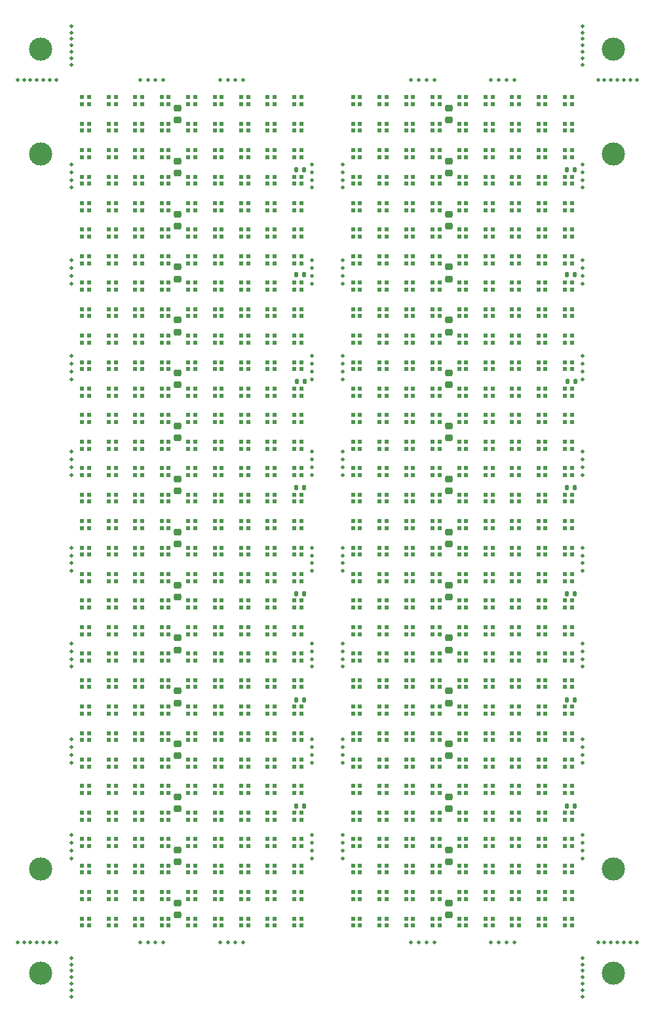
<source format=gbr>
G04 #@! TF.GenerationSoftware,KiCad,Pcbnew,7.0.9*
G04 #@! TF.CreationDate,2024-01-30T21:21:20-05:00*
G04 #@! TF.ProjectId,RGB-Panel,5247422d-5061-46e6-956c-2e6b69636164,V2.6*
G04 #@! TF.SameCoordinates,Original*
G04 #@! TF.FileFunction,Soldermask,Top*
G04 #@! TF.FilePolarity,Negative*
%FSLAX46Y46*%
G04 Gerber Fmt 4.6, Leading zero omitted, Abs format (unit mm)*
G04 Created by KiCad (PCBNEW 7.0.9) date 2024-01-30 21:21:20*
%MOMM*%
%LPD*%
G01*
G04 APERTURE LIST*
G04 Aperture macros list*
%AMRoundRect*
0 Rectangle with rounded corners*
0 $1 Rounding radius*
0 $2 $3 $4 $5 $6 $7 $8 $9 X,Y pos of 4 corners*
0 Add a 4 corners polygon primitive as box body*
4,1,4,$2,$3,$4,$5,$6,$7,$8,$9,$2,$3,0*
0 Add four circle primitives for the rounded corners*
1,1,$1+$1,$2,$3*
1,1,$1+$1,$4,$5*
1,1,$1+$1,$6,$7*
1,1,$1+$1,$8,$9*
0 Add four rect primitives between the rounded corners*
20,1,$1+$1,$2,$3,$4,$5,0*
20,1,$1+$1,$4,$5,$6,$7,0*
20,1,$1+$1,$6,$7,$8,$9,0*
20,1,$1+$1,$8,$9,$2,$3,0*%
G04 Aperture macros list end*
%ADD10C,0.500000*%
%ADD11R,0.500000X0.500000*%
%ADD12RoundRect,0.225000X-0.250000X0.225000X-0.250000X-0.225000X0.250000X-0.225000X0.250000X0.225000X0*%
%ADD13C,3.000000*%
%ADD14RoundRect,0.135000X-0.135000X-0.185000X0.135000X-0.185000X0.135000X0.185000X-0.135000X0.185000X0*%
G04 APERTURE END LIST*
D10*
X71999997Y-142899995D03*
D11*
X126373006Y-74592000D03*
X126373006Y-73692000D03*
X125473006Y-73692000D03*
X125473006Y-74592000D03*
X122950006Y-88284000D03*
X122950006Y-87384000D03*
X122050006Y-87384000D03*
X122050006Y-88284000D03*
X91373006Y-122514000D03*
X91373006Y-121614000D03*
X90473006Y-121614000D03*
X90473006Y-122514000D03*
X87950006Y-132783000D03*
X87950006Y-131883000D03*
X87050006Y-131883000D03*
X87050006Y-132783000D03*
D12*
X85717899Y-37438892D03*
X85717899Y-38988892D03*
D13*
X67999997Y-23000000D03*
D11*
X116104006Y-125937000D03*
X116104006Y-125037000D03*
X115204006Y-125037000D03*
X115204006Y-125937000D03*
D10*
X107000003Y-53255554D03*
D11*
X91373006Y-84861000D03*
X91373006Y-83961000D03*
X90473006Y-83961000D03*
X90473006Y-84861000D03*
X87950006Y-50631000D03*
X87950006Y-49731000D03*
X87050006Y-49731000D03*
X87050006Y-50631000D03*
D10*
X102999995Y-76011109D03*
X107000002Y-63633332D03*
X106999998Y-115144441D03*
X129166667Y-138399995D03*
D11*
X81104006Y-81438000D03*
X81104006Y-80538000D03*
X80204006Y-80538000D03*
X80204006Y-81438000D03*
X112681006Y-84861000D03*
X112681006Y-83961000D03*
X111781006Y-83961000D03*
X111781006Y-84861000D03*
X77681006Y-50631000D03*
X77681006Y-49731000D03*
X76781006Y-49731000D03*
X76781006Y-50631000D03*
D10*
X72000002Y-77011109D03*
D11*
X77681006Y-105399000D03*
X77681006Y-104499000D03*
X76781006Y-104499000D03*
X76781006Y-105399000D03*
X91373006Y-101976000D03*
X91373006Y-101076000D03*
X90473006Y-101076000D03*
X90473006Y-101976000D03*
D13*
X67999997Y-128899995D03*
D11*
X133219006Y-136206000D03*
X133219006Y-135306000D03*
X132319006Y-135306000D03*
X132319006Y-136206000D03*
X91373006Y-50631000D03*
X91373006Y-49731000D03*
X90473006Y-49731000D03*
X90473006Y-50631000D03*
X101642006Y-119091000D03*
X101642006Y-118191000D03*
X100742006Y-118191000D03*
X100742006Y-119091000D03*
X116104006Y-36939000D03*
X116104006Y-36039000D03*
X115204006Y-36039000D03*
X115204006Y-36939000D03*
X116104006Y-40362000D03*
X116104006Y-39462000D03*
X115204006Y-39462000D03*
X115204006Y-40362000D03*
X98219006Y-78015000D03*
X98219006Y-77115000D03*
X97319006Y-77115000D03*
X97319006Y-78015000D03*
X129796006Y-101976000D03*
X129796006Y-101076000D03*
X128896006Y-101076000D03*
X128896006Y-101976000D03*
D12*
X85717899Y-112744892D03*
X85717899Y-114294892D03*
D11*
X94796006Y-84861000D03*
X94796006Y-83961000D03*
X93896006Y-83961000D03*
X93896006Y-84861000D03*
X133219006Y-129360000D03*
X133219006Y-128460000D03*
X132319006Y-128460000D03*
X132319006Y-129360000D03*
D10*
X138000002Y-144566661D03*
D11*
X91373006Y-125937000D03*
X91373006Y-125037000D03*
X90473006Y-125037000D03*
X90473006Y-125937000D03*
D10*
X72000003Y-62633332D03*
D11*
X74258006Y-43785000D03*
X74258006Y-42885000D03*
X73358006Y-42885000D03*
X73358006Y-43785000D03*
D10*
X138000000Y-115144441D03*
X137999994Y-62633332D03*
D11*
X94796006Y-36939000D03*
X94796006Y-36039000D03*
X93896006Y-36039000D03*
X93896006Y-36939000D03*
X74258006Y-119091000D03*
X74258006Y-118191000D03*
X73358006Y-118191000D03*
X73358006Y-119091000D03*
X74258006Y-101976000D03*
X74258006Y-101076000D03*
X73358006Y-101076000D03*
X73358006Y-101976000D03*
X126373006Y-112245000D03*
X126373006Y-111345000D03*
X125473006Y-111345000D03*
X125473006Y-112245000D03*
X119527006Y-129360000D03*
X119527006Y-128460000D03*
X118627006Y-128460000D03*
X118627006Y-129360000D03*
X122950006Y-122514000D03*
X122950006Y-121614000D03*
X122050006Y-121614000D03*
X122050006Y-122514000D03*
X77681006Y-91707000D03*
X77681006Y-90807000D03*
X76781006Y-90807000D03*
X76781006Y-91707000D03*
X126373006Y-95130000D03*
X126373006Y-94230000D03*
X125473006Y-94230000D03*
X125473006Y-95130000D03*
X84527006Y-40362000D03*
X84527006Y-39462000D03*
X83627006Y-39462000D03*
X83627006Y-40362000D03*
D10*
X144166669Y-27000000D03*
D12*
X85717899Y-126436892D03*
X85717899Y-127986892D03*
D11*
X136642006Y-125937000D03*
X136642006Y-125037000D03*
X135742006Y-125037000D03*
X135742006Y-125937000D03*
X91373006Y-30093000D03*
X91373006Y-29193000D03*
X90473006Y-29193000D03*
X90473006Y-30093000D03*
X129796006Y-95130000D03*
X129796006Y-94230000D03*
X128896006Y-94230000D03*
X128896006Y-95130000D03*
X136642006Y-132783000D03*
X136642006Y-131883000D03*
X135742006Y-131883000D03*
X135742006Y-132783000D03*
X81104006Y-78015000D03*
X81104006Y-77115000D03*
X80204006Y-77115000D03*
X80204006Y-78015000D03*
X91373006Y-57477000D03*
X91373006Y-56577000D03*
X90473006Y-56577000D03*
X90473006Y-57477000D03*
X133219006Y-50631000D03*
X133219006Y-49731000D03*
X132319006Y-49731000D03*
X132319006Y-50631000D03*
X98219006Y-91707000D03*
X98219006Y-90807000D03*
X97319006Y-90807000D03*
X97319006Y-91707000D03*
X122950006Y-71169000D03*
X122950006Y-70269000D03*
X122050006Y-70269000D03*
X122050006Y-71169000D03*
X122950006Y-115668000D03*
X122950006Y-114768000D03*
X122050006Y-114768000D03*
X122050006Y-115668000D03*
D10*
X115833331Y-27000000D03*
D11*
X87950006Y-81438000D03*
X87950006Y-80538000D03*
X87050006Y-80538000D03*
X87050006Y-81438000D03*
X126373006Y-67746000D03*
X126373006Y-66846000D03*
X125473006Y-66846000D03*
X125473006Y-67746000D03*
X74258006Y-88284000D03*
X74258006Y-87384000D03*
X73358006Y-87384000D03*
X73358006Y-88284000D03*
X91373006Y-112245000D03*
X91373006Y-111345000D03*
X90473006Y-111345000D03*
X90473006Y-112245000D03*
X129796006Y-67746000D03*
X129796006Y-66846000D03*
X128896006Y-66846000D03*
X128896006Y-67746000D03*
X74258006Y-47208000D03*
X74258006Y-46308000D03*
X73358006Y-46308000D03*
X73358006Y-47208000D03*
D10*
X64999997Y-138399996D03*
D11*
X109258006Y-30093000D03*
X109258006Y-29193000D03*
X108358006Y-29193000D03*
X108358006Y-30093000D03*
X129796006Y-122514000D03*
X129796006Y-121614000D03*
X128896006Y-121614000D03*
X128896006Y-122514000D03*
D10*
X137999992Y-52255554D03*
D11*
X112681006Y-81438000D03*
X112681006Y-80538000D03*
X111781006Y-80538000D03*
X111781006Y-81438000D03*
D10*
X69999997Y-27000000D03*
D11*
X116104006Y-57477000D03*
X116104006Y-56577000D03*
X115204006Y-56577000D03*
X115204006Y-57477000D03*
X126373006Y-122514000D03*
X126373006Y-121614000D03*
X125473006Y-121614000D03*
X125473006Y-122514000D03*
X119527006Y-84861000D03*
X119527006Y-83961000D03*
X118627006Y-83961000D03*
X118627006Y-84861000D03*
X136642006Y-84861000D03*
X136642006Y-83961000D03*
X135742006Y-83961000D03*
X135742006Y-84861000D03*
X119527006Y-115668000D03*
X119527006Y-114768000D03*
X118627006Y-114768000D03*
X118627006Y-115668000D03*
D10*
X71999997Y-21666667D03*
D11*
X84527006Y-95130000D03*
X84527006Y-94230000D03*
X83627006Y-94230000D03*
X83627006Y-95130000D03*
X98219006Y-40362000D03*
X98219006Y-39462000D03*
X97319006Y-39462000D03*
X97319006Y-40362000D03*
D12*
X120717899Y-92206892D03*
X120717899Y-93756892D03*
D10*
X102999991Y-38877777D03*
D12*
X85717899Y-71668892D03*
X85717899Y-73218892D03*
D11*
X112681006Y-74592000D03*
X112681006Y-73692000D03*
X111781006Y-73692000D03*
X111781006Y-74592000D03*
D10*
X102999991Y-39877777D03*
X80833332Y-27000000D03*
X102999997Y-90388886D03*
D11*
X133219006Y-78015000D03*
X133219006Y-77115000D03*
X132319006Y-77115000D03*
X132319006Y-78015000D03*
X122950006Y-95130000D03*
X122950006Y-94230000D03*
X122050006Y-94230000D03*
X122050006Y-95130000D03*
X119527006Y-136206000D03*
X119527006Y-135306000D03*
X118627006Y-135306000D03*
X118627006Y-136206000D03*
D10*
X72000001Y-89388886D03*
D12*
X85717899Y-57976892D03*
X85717899Y-59526892D03*
D11*
X112681006Y-36939000D03*
X112681006Y-36039000D03*
X111781006Y-36039000D03*
X111781006Y-36939000D03*
X98219006Y-33516000D03*
X98219006Y-32616000D03*
X97319006Y-32616000D03*
X97319006Y-33516000D03*
D10*
X71999997Y-25000000D03*
D11*
X98219006Y-112245000D03*
X98219006Y-111345000D03*
X97319006Y-111345000D03*
X97319006Y-112245000D03*
D10*
X128166667Y-27000001D03*
X102999997Y-89388886D03*
D11*
X116104006Y-112245000D03*
X116104006Y-111345000D03*
X115204006Y-111345000D03*
X115204006Y-112245000D03*
X94796006Y-129360000D03*
X94796006Y-128460000D03*
X93896006Y-128460000D03*
X93896006Y-129360000D03*
X119527006Y-67746000D03*
X119527006Y-66846000D03*
X118627006Y-66846000D03*
X118627006Y-67746000D03*
X94796006Y-98553000D03*
X94796006Y-97653000D03*
X93896006Y-97653000D03*
X93896006Y-98553000D03*
D12*
X85717899Y-44284892D03*
X85717899Y-45834892D03*
D11*
X94796006Y-67746000D03*
X94796006Y-66846000D03*
X93896006Y-66846000D03*
X93896006Y-67746000D03*
D10*
X102999998Y-102766663D03*
D11*
X122950006Y-30093000D03*
X122950006Y-29193000D03*
X122050006Y-29193000D03*
X122050006Y-30093000D03*
X116104006Y-136206000D03*
X116104006Y-135306000D03*
X115204006Y-135306000D03*
X115204006Y-136206000D03*
X136642006Y-64323000D03*
X136642006Y-63423000D03*
X135742006Y-63423000D03*
X135742006Y-64323000D03*
D10*
X117833331Y-27000000D03*
D11*
X94796006Y-108822000D03*
X94796006Y-107922000D03*
X93896006Y-107922000D03*
X93896006Y-108822000D03*
D10*
X71999997Y-22500000D03*
D11*
X136642006Y-88284000D03*
X136642006Y-87384000D03*
X135742006Y-87384000D03*
X135742006Y-88284000D03*
D12*
X120717899Y-78514892D03*
X120717899Y-80064892D03*
D10*
X102999997Y-88388886D03*
D11*
X91373006Y-60900000D03*
X91373006Y-60000000D03*
X90473006Y-60000000D03*
X90473006Y-60900000D03*
X129796006Y-74592000D03*
X129796006Y-73692000D03*
X128896006Y-73692000D03*
X128896006Y-74592000D03*
X94796006Y-30093000D03*
X94796006Y-29193000D03*
X93896006Y-29193000D03*
X93896006Y-30093000D03*
X133219006Y-101976000D03*
X133219006Y-101076000D03*
X132319006Y-101076000D03*
X132319006Y-101976000D03*
D10*
X83833332Y-138399995D03*
D12*
X120717899Y-105898892D03*
X120717899Y-107448892D03*
D11*
X133219006Y-95130000D03*
X133219006Y-94230000D03*
X132319006Y-94230000D03*
X132319006Y-95130000D03*
X133219006Y-57477000D03*
X133219006Y-56577000D03*
X132319006Y-56577000D03*
X132319006Y-57477000D03*
X109258006Y-84861000D03*
X109258006Y-83961000D03*
X108358006Y-83961000D03*
X108358006Y-84861000D03*
X112681006Y-95130000D03*
X112681006Y-94230000D03*
X111781006Y-94230000D03*
X111781006Y-95130000D03*
D10*
X102999992Y-51255554D03*
D11*
X74258006Y-78015000D03*
X74258006Y-77115000D03*
X73358006Y-77115000D03*
X73358006Y-78015000D03*
X77681006Y-129360000D03*
X77681006Y-128460000D03*
X76781006Y-128460000D03*
X76781006Y-129360000D03*
X133219006Y-36939000D03*
X133219006Y-36039000D03*
X132319006Y-36039000D03*
X132319006Y-36939000D03*
X119527006Y-95130000D03*
X119527006Y-94230000D03*
X118627006Y-94230000D03*
X118627006Y-95130000D03*
X136642006Y-60900000D03*
X136642006Y-60000000D03*
X135742006Y-60000000D03*
X135742006Y-60900000D03*
X116104006Y-60900000D03*
X116104006Y-60000000D03*
X115204006Y-60000000D03*
X115204006Y-60900000D03*
X87950006Y-54054000D03*
X87950006Y-53154000D03*
X87050006Y-53154000D03*
X87050006Y-54054000D03*
X98219006Y-88284000D03*
X98219006Y-87384000D03*
X97319006Y-87384000D03*
X97319006Y-88284000D03*
X116104006Y-115668000D03*
X116104006Y-114768000D03*
X115204006Y-114768000D03*
X115204006Y-115668000D03*
D10*
X127166667Y-138399995D03*
D11*
X94796006Y-88284000D03*
X94796006Y-87384000D03*
X93896006Y-87384000D03*
X93896006Y-88284000D03*
X74258006Y-108822000D03*
X74258006Y-107922000D03*
X73358006Y-107922000D03*
X73358006Y-108822000D03*
X122950006Y-84861000D03*
X122950006Y-83961000D03*
X122050006Y-83961000D03*
X122050006Y-84861000D03*
D10*
X72000004Y-51255554D03*
D11*
X98219006Y-84861000D03*
X98219006Y-83961000D03*
X97319006Y-83961000D03*
X97319006Y-84861000D03*
X129796006Y-119091000D03*
X129796006Y-118191000D03*
X128896006Y-118191000D03*
X128896006Y-119091000D03*
D12*
X120717899Y-64822892D03*
X120717899Y-66372892D03*
D11*
X116104006Y-91707000D03*
X116104006Y-90807000D03*
X115204006Y-90807000D03*
X115204006Y-91707000D03*
X109258006Y-67746000D03*
X109258006Y-66846000D03*
X108358006Y-66846000D03*
X108358006Y-67746000D03*
X91373006Y-108822000D03*
X91373006Y-107922000D03*
X90473006Y-107922000D03*
X90473006Y-108822000D03*
X112681006Y-98553000D03*
X112681006Y-97653000D03*
X111781006Y-97653000D03*
X111781006Y-98553000D03*
X133219006Y-119091000D03*
X133219006Y-118191000D03*
X132319006Y-118191000D03*
X132319006Y-119091000D03*
D10*
X107000000Y-89388886D03*
D11*
X84527006Y-36939000D03*
X84527006Y-36039000D03*
X83627006Y-36039000D03*
X83627006Y-36939000D03*
D10*
X72000001Y-90388886D03*
D11*
X77681006Y-119091000D03*
X77681006Y-118191000D03*
X76781006Y-118191000D03*
X76781006Y-119091000D03*
X77681006Y-54054000D03*
X77681006Y-53154000D03*
X76781006Y-53154000D03*
X76781006Y-54054000D03*
D10*
X71999997Y-24166667D03*
X72000003Y-63633332D03*
D11*
X119527006Y-71169000D03*
X119527006Y-70269000D03*
X118627006Y-70269000D03*
X118627006Y-71169000D03*
D12*
X120717899Y-71668892D03*
X120717899Y-73218892D03*
D11*
X81104006Y-125937000D03*
X81104006Y-125037000D03*
X80204006Y-125037000D03*
X80204006Y-125937000D03*
X112681006Y-88284000D03*
X112681006Y-87384000D03*
X111781006Y-87384000D03*
X111781006Y-88284000D03*
X116104006Y-132783000D03*
X116104006Y-131883000D03*
X115204006Y-131883000D03*
X115204006Y-132783000D03*
X81104006Y-43785000D03*
X81104006Y-42885000D03*
X80204006Y-42885000D03*
X80204006Y-43785000D03*
X109258006Y-115668000D03*
X109258006Y-114768000D03*
X108358006Y-114768000D03*
X108358006Y-115668000D03*
X101642006Y-125937000D03*
X101642006Y-125037000D03*
X100742006Y-125037000D03*
X100742006Y-125937000D03*
X87950006Y-84861000D03*
X87950006Y-83961000D03*
X87050006Y-83961000D03*
X87050006Y-84861000D03*
X119527006Y-57477000D03*
X119527006Y-56577000D03*
X118627006Y-56577000D03*
X118627006Y-57477000D03*
X112681006Y-60900000D03*
X112681006Y-60000000D03*
X111781006Y-60000000D03*
X111781006Y-60900000D03*
X84527006Y-30093000D03*
X84527006Y-29193000D03*
X83627006Y-29193000D03*
X83627006Y-30093000D03*
X129796006Y-125937000D03*
X129796006Y-125037000D03*
X128896006Y-125037000D03*
X128896006Y-125937000D03*
X84527006Y-132783000D03*
X84527006Y-131883000D03*
X83627006Y-131883000D03*
X83627006Y-132783000D03*
X116104006Y-95130000D03*
X116104006Y-94230000D03*
X115204006Y-94230000D03*
X115204006Y-95130000D03*
X112681006Y-105399000D03*
X112681006Y-104499000D03*
X111781006Y-104499000D03*
X111781006Y-105399000D03*
X84527006Y-64323000D03*
X84527006Y-63423000D03*
X83627006Y-63423000D03*
X83627006Y-64323000D03*
D10*
X107000004Y-40877777D03*
D11*
X101642006Y-36939000D03*
X101642006Y-36039000D03*
X100742006Y-36039000D03*
X100742006Y-36939000D03*
D10*
X91166667Y-138399995D03*
D11*
X136642006Y-101976000D03*
X136642006Y-101076000D03*
X135742006Y-101076000D03*
X135742006Y-101976000D03*
X126373006Y-64323000D03*
X126373006Y-63423000D03*
X125473006Y-63423000D03*
X125473006Y-64323000D03*
X112681006Y-78015000D03*
X112681006Y-77115000D03*
X111781006Y-77115000D03*
X111781006Y-78015000D03*
X112681006Y-136206000D03*
X112681006Y-135306000D03*
X111781006Y-135306000D03*
X111781006Y-136206000D03*
X91373006Y-95130000D03*
X91373006Y-94230000D03*
X90473006Y-94230000D03*
X90473006Y-95130000D03*
X129796006Y-43785000D03*
X129796006Y-42885000D03*
X128896006Y-42885000D03*
X128896006Y-43785000D03*
X98219006Y-95130000D03*
X98219006Y-94230000D03*
X97319006Y-94230000D03*
X97319006Y-95130000D03*
X87950006Y-57477000D03*
X87950006Y-56577000D03*
X87050006Y-56577000D03*
X87050006Y-57477000D03*
D13*
X142000003Y-128899995D03*
D11*
X94796006Y-74592000D03*
X94796006Y-73692000D03*
X93896006Y-73692000D03*
X93896006Y-74592000D03*
X129796006Y-54054000D03*
X129796006Y-53154000D03*
X128896006Y-53154000D03*
X128896006Y-54054000D03*
X77681006Y-101976000D03*
X77681006Y-101076000D03*
X76781006Y-101076000D03*
X76781006Y-101976000D03*
X81104006Y-60900000D03*
X81104006Y-60000000D03*
X80204006Y-60000000D03*
X80204006Y-60900000D03*
X81104006Y-108822000D03*
X81104006Y-107922000D03*
X80204006Y-107922000D03*
X80204006Y-108822000D03*
X94796006Y-91707000D03*
X94796006Y-90807000D03*
X93896006Y-90807000D03*
X93896006Y-91707000D03*
D12*
X120717899Y-126436892D03*
X120717899Y-127986892D03*
D10*
X69166664Y-138399996D03*
D12*
X120717899Y-44284892D03*
X120717899Y-45834892D03*
D10*
X126166667Y-27000001D03*
X102999994Y-63633332D03*
D11*
X77681006Y-122514000D03*
X77681006Y-121614000D03*
X76781006Y-121614000D03*
X76781006Y-122514000D03*
X122950006Y-132783000D03*
X122950006Y-131883000D03*
X122050006Y-131883000D03*
X122050006Y-132783000D03*
X119527006Y-88284000D03*
X119527006Y-87384000D03*
X118627006Y-87384000D03*
X118627006Y-88284000D03*
X136642006Y-105399000D03*
X136642006Y-104499000D03*
X135742006Y-104499000D03*
X135742006Y-105399000D03*
X116104006Y-105399000D03*
X116104006Y-104499000D03*
X115204006Y-104499000D03*
X115204006Y-105399000D03*
X91373006Y-71169000D03*
X91373006Y-70269000D03*
X90473006Y-70269000D03*
X90473006Y-71169000D03*
X98219006Y-132783000D03*
X98219006Y-131883000D03*
X97319006Y-131883000D03*
X97319006Y-132783000D03*
X74258006Y-60900000D03*
X74258006Y-60000000D03*
X73358006Y-60000000D03*
X73358006Y-60900000D03*
X116104006Y-74592000D03*
X116104006Y-73692000D03*
X115204006Y-73692000D03*
X115204006Y-74592000D03*
D10*
X107000002Y-62633332D03*
X138000002Y-20000000D03*
D11*
X109258006Y-136206000D03*
X109258006Y-135306000D03*
X108358006Y-135306000D03*
X108358006Y-136206000D03*
X122950006Y-47208000D03*
X122950006Y-46308000D03*
X122050006Y-46308000D03*
X122050006Y-47208000D03*
X91373006Y-136206000D03*
X91373006Y-135306000D03*
X90473006Y-135306000D03*
X90473006Y-136206000D03*
D10*
X102999995Y-78011109D03*
D11*
X136642006Y-50631000D03*
X136642006Y-49731000D03*
X135742006Y-49731000D03*
X135742006Y-50631000D03*
D10*
X138000001Y-125522218D03*
D11*
X122950006Y-91707000D03*
X122950006Y-90807000D03*
X122050006Y-90807000D03*
X122050006Y-91707000D03*
X136642006Y-30093000D03*
X136642006Y-29193000D03*
X135742006Y-29193000D03*
X135742006Y-30093000D03*
X109258006Y-88284000D03*
X109258006Y-87384000D03*
X108358006Y-87384000D03*
X108358006Y-88284000D03*
X122950006Y-57477000D03*
X122950006Y-56577000D03*
X122050006Y-56577000D03*
X122050006Y-57477000D03*
X84527006Y-88284000D03*
X84527006Y-87384000D03*
X83627006Y-87384000D03*
X83627006Y-88284000D03*
X91373006Y-36939000D03*
X91373006Y-36039000D03*
X90473006Y-36039000D03*
X90473006Y-36939000D03*
D10*
X71999997Y-127522218D03*
D11*
X84527006Y-108822000D03*
X84527006Y-107922000D03*
X83627006Y-107922000D03*
X83627006Y-108822000D03*
X101642006Y-88284000D03*
X101642006Y-87384000D03*
X100742006Y-87384000D03*
X100742006Y-88284000D03*
X84527006Y-122514000D03*
X84527006Y-121614000D03*
X83627006Y-121614000D03*
X83627006Y-122514000D03*
X119527006Y-132783000D03*
X119527006Y-131883000D03*
X118627006Y-131883000D03*
X118627006Y-132783000D03*
X112681006Y-91707000D03*
X112681006Y-90807000D03*
X111781006Y-90807000D03*
X111781006Y-91707000D03*
X77681006Y-78015000D03*
X77681006Y-77115000D03*
X76781006Y-77115000D03*
X76781006Y-78015000D03*
D14*
X100992899Y-79642392D03*
X102012899Y-79642392D03*
D11*
X133219006Y-40362000D03*
X133219006Y-39462000D03*
X132319006Y-39462000D03*
X132319006Y-40362000D03*
X84527006Y-54054000D03*
X84527006Y-53154000D03*
X83627006Y-53154000D03*
X83627006Y-54054000D03*
X133219006Y-112245000D03*
X133219006Y-111345000D03*
X132319006Y-111345000D03*
X132319006Y-112245000D03*
X116104006Y-101976000D03*
X116104006Y-101076000D03*
X115204006Y-101076000D03*
X115204006Y-101976000D03*
D10*
X106999998Y-114144441D03*
X137999998Y-100766663D03*
D11*
X122950006Y-108822000D03*
X122950006Y-107922000D03*
X122050006Y-107922000D03*
X122050006Y-108822000D03*
X84527006Y-91707000D03*
X84527006Y-90807000D03*
X83627006Y-90807000D03*
X83627006Y-91707000D03*
D10*
X72000002Y-75011109D03*
D11*
X126373006Y-108822000D03*
X126373006Y-107922000D03*
X125473006Y-107922000D03*
X125473006Y-108822000D03*
X87950006Y-112245000D03*
X87950006Y-111345000D03*
X87050006Y-111345000D03*
X87050006Y-112245000D03*
D10*
X102999997Y-87388886D03*
X127166667Y-27000001D03*
D11*
X122950006Y-78015000D03*
X122950006Y-77115000D03*
X122050006Y-77115000D03*
X122050006Y-78015000D03*
X77681006Y-40362000D03*
X77681006Y-39462000D03*
X76781006Y-39462000D03*
X76781006Y-40362000D03*
X109258006Y-119091000D03*
X109258006Y-118191000D03*
X108358006Y-118191000D03*
X108358006Y-119091000D03*
X81104006Y-74592000D03*
X81104006Y-73692000D03*
X80204006Y-73692000D03*
X80204006Y-74592000D03*
X112681006Y-30093000D03*
X112681006Y-29193000D03*
X111781006Y-29193000D03*
X111781006Y-30093000D03*
X101642006Y-122514000D03*
X101642006Y-121614000D03*
X100742006Y-121614000D03*
X100742006Y-122514000D03*
D14*
X101000006Y-38543000D03*
X102020006Y-38543000D03*
D11*
X77681006Y-33516000D03*
X77681006Y-32616000D03*
X76781006Y-32616000D03*
X76781006Y-33516000D03*
X77681006Y-71169000D03*
X77681006Y-70269000D03*
X76781006Y-70269000D03*
X76781006Y-71169000D03*
D10*
X72000002Y-78011109D03*
D11*
X74258006Y-132783000D03*
X74258006Y-131883000D03*
X73358006Y-131883000D03*
X73358006Y-132783000D03*
X126373006Y-71169000D03*
X126373006Y-70269000D03*
X125473006Y-70269000D03*
X125473006Y-71169000D03*
X112681006Y-122514000D03*
X112681006Y-121614000D03*
X111781006Y-121614000D03*
X111781006Y-122514000D03*
X126373006Y-33516000D03*
X126373006Y-32616000D03*
X125473006Y-32616000D03*
X125473006Y-33516000D03*
X77681006Y-108822000D03*
X77681006Y-107922000D03*
X76781006Y-107922000D03*
X76781006Y-108822000D03*
X116104006Y-119091000D03*
X116104006Y-118191000D03*
X115204006Y-118191000D03*
X115204006Y-119091000D03*
X119527006Y-33516000D03*
X119527006Y-32616000D03*
X118627006Y-32616000D03*
X118627006Y-33516000D03*
X84527006Y-81438000D03*
X84527006Y-80538000D03*
X83627006Y-80538000D03*
X83627006Y-81438000D03*
D10*
X71999997Y-140399995D03*
D11*
X122950006Y-112245000D03*
X122950006Y-111345000D03*
X122050006Y-111345000D03*
X122050006Y-112245000D03*
X101642006Y-112245000D03*
X101642006Y-111345000D03*
X100742006Y-111345000D03*
X100742006Y-112245000D03*
X129796006Y-71169000D03*
X129796006Y-70269000D03*
X128896006Y-70269000D03*
X128896006Y-71169000D03*
D10*
X107000002Y-65633332D03*
X137999991Y-40877777D03*
D11*
X112681006Y-50631000D03*
X112681006Y-49731000D03*
X111781006Y-49731000D03*
X111781006Y-50631000D03*
X101642006Y-74592000D03*
X101642006Y-73692000D03*
X100742006Y-73692000D03*
X100742006Y-74592000D03*
X94796006Y-50631000D03*
X94796006Y-49731000D03*
X93896006Y-49731000D03*
X93896006Y-50631000D03*
X77681006Y-67746000D03*
X77681006Y-66846000D03*
X76781006Y-66846000D03*
X76781006Y-67746000D03*
X126373006Y-88284000D03*
X126373006Y-87384000D03*
X125473006Y-87384000D03*
X125473006Y-88284000D03*
X101642006Y-91707000D03*
X101642006Y-90807000D03*
X100742006Y-90807000D03*
X100742006Y-91707000D03*
X77681006Y-84861000D03*
X77681006Y-83961000D03*
X76781006Y-83961000D03*
X76781006Y-84861000D03*
D10*
X72000006Y-37877777D03*
D11*
X119527006Y-91707000D03*
X119527006Y-90807000D03*
X118627006Y-90807000D03*
X118627006Y-91707000D03*
X109258006Y-98553000D03*
X109258006Y-97653000D03*
X108358006Y-97653000D03*
X108358006Y-98553000D03*
X116104006Y-122514000D03*
X116104006Y-121614000D03*
X115204006Y-121614000D03*
X115204006Y-122514000D03*
X84527006Y-60900000D03*
X84527006Y-60000000D03*
X83627006Y-60000000D03*
X83627006Y-60900000D03*
D10*
X138000000Y-113144441D03*
D11*
X87950006Y-78015000D03*
X87950006Y-77115000D03*
X87050006Y-77115000D03*
X87050006Y-78015000D03*
X87950006Y-88284000D03*
X87950006Y-87384000D03*
X87050006Y-87384000D03*
X87050006Y-88284000D03*
X122950006Y-60900000D03*
X122950006Y-60000000D03*
X122050006Y-60000000D03*
X122050006Y-60900000D03*
X74258006Y-50631000D03*
X74258006Y-49731000D03*
X73358006Y-49731000D03*
X73358006Y-50631000D03*
D10*
X67499997Y-27000000D03*
X140833336Y-27000000D03*
X106999996Y-126522218D03*
D11*
X112681006Y-64323000D03*
X112681006Y-63423000D03*
X111781006Y-63423000D03*
X111781006Y-64323000D03*
X109258006Y-122514000D03*
X109258006Y-121614000D03*
X108358006Y-121614000D03*
X108358006Y-122514000D03*
D10*
X107000002Y-64633332D03*
D11*
X81104006Y-71169000D03*
X81104006Y-70269000D03*
X80204006Y-70269000D03*
X80204006Y-71169000D03*
X81104006Y-30093000D03*
X81104006Y-29193000D03*
X80204006Y-29193000D03*
X80204006Y-30093000D03*
D10*
X65833331Y-138399996D03*
D11*
X87950006Y-30093000D03*
X87950006Y-29193000D03*
X87050006Y-29193000D03*
X87050006Y-30093000D03*
D10*
X65833331Y-27000000D03*
X142500003Y-138399996D03*
D11*
X87950006Y-136206000D03*
X87950006Y-135306000D03*
X87050006Y-135306000D03*
X87050006Y-136206000D03*
D12*
X120717899Y-133282892D03*
X120717899Y-134832892D03*
D11*
X91373006Y-54054000D03*
X91373006Y-53154000D03*
X90473006Y-53154000D03*
X90473006Y-54054000D03*
D10*
X103000001Y-124522218D03*
D11*
X74258006Y-129360000D03*
X74258006Y-128460000D03*
X73358006Y-128460000D03*
X73358006Y-129360000D03*
X77681006Y-36939000D03*
X77681006Y-36039000D03*
X76781006Y-36039000D03*
X76781006Y-36939000D03*
X87950006Y-40362000D03*
X87950006Y-39462000D03*
X87050006Y-39462000D03*
X87050006Y-40362000D03*
D10*
X102999991Y-37877777D03*
X81833332Y-27000000D03*
D11*
X119527006Y-40362000D03*
X119527006Y-39462000D03*
X118627006Y-39462000D03*
X118627006Y-40362000D03*
X87950006Y-67746000D03*
X87950006Y-66846000D03*
X87050006Y-66846000D03*
X87050006Y-67746000D03*
D10*
X72000000Y-99766663D03*
X137999992Y-50255554D03*
X107000001Y-77011109D03*
D11*
X87950006Y-71169000D03*
X87950006Y-70269000D03*
X87050006Y-70269000D03*
X87050006Y-71169000D03*
X101642006Y-67746000D03*
X101642006Y-66846000D03*
X100742006Y-66846000D03*
X100742006Y-67746000D03*
D10*
X141666669Y-138399996D03*
D11*
X136642006Y-54054000D03*
X136642006Y-53154000D03*
X135742006Y-53154000D03*
X135742006Y-54054000D03*
X122950006Y-105399000D03*
X122950006Y-104499000D03*
X122050006Y-104499000D03*
X122050006Y-105399000D03*
X84527006Y-78015000D03*
X84527006Y-77115000D03*
X83627006Y-77115000D03*
X83627006Y-78015000D03*
D10*
X102999994Y-64633332D03*
D11*
X129796006Y-50631000D03*
X129796006Y-49731000D03*
X128896006Y-49731000D03*
X128896006Y-50631000D03*
D14*
X136092898Y-65942392D03*
X137112898Y-65942392D03*
D11*
X94796006Y-78015000D03*
X94796006Y-77115000D03*
X93896006Y-77115000D03*
X93896006Y-78015000D03*
X133219006Y-84861000D03*
X133219006Y-83961000D03*
X132319006Y-83961000D03*
X132319006Y-84861000D03*
D12*
X85717899Y-105898892D03*
X85717899Y-107448892D03*
D10*
X107000000Y-88388886D03*
D11*
X87950006Y-122514000D03*
X87950006Y-121614000D03*
X87050006Y-121614000D03*
X87050006Y-122514000D03*
D10*
X118833331Y-138399995D03*
X93166667Y-138399995D03*
D11*
X109258006Y-105399000D03*
X109258006Y-104499000D03*
X108358006Y-104499000D03*
X108358006Y-105399000D03*
X94796006Y-33516000D03*
X94796006Y-32616000D03*
X93896006Y-32616000D03*
X93896006Y-33516000D03*
X77681006Y-136206000D03*
X77681006Y-135306000D03*
X76781006Y-135306000D03*
X76781006Y-136206000D03*
D10*
X107000001Y-78011109D03*
D11*
X133219006Y-74592000D03*
X133219006Y-73692000D03*
X132319006Y-73692000D03*
X132319006Y-74592000D03*
D10*
X137999994Y-64633332D03*
X72000004Y-53255554D03*
D11*
X101642006Y-84861000D03*
X101642006Y-83961000D03*
X100742006Y-83961000D03*
X100742006Y-84861000D03*
X133219006Y-71169000D03*
X133219006Y-70269000D03*
X132319006Y-70269000D03*
X132319006Y-71169000D03*
X94796006Y-71169000D03*
X94796006Y-70269000D03*
X93896006Y-70269000D03*
X93896006Y-71169000D03*
X94796006Y-136206000D03*
X94796006Y-135306000D03*
X93896006Y-135306000D03*
X93896006Y-136206000D03*
D14*
X135972899Y-107043392D03*
X136992899Y-107043392D03*
D11*
X98219006Y-60900000D03*
X98219006Y-60000000D03*
X97319006Y-60000000D03*
X97319006Y-60900000D03*
X116104006Y-47208000D03*
X116104006Y-46308000D03*
X115204006Y-46308000D03*
X115204006Y-47208000D03*
D10*
X140000003Y-138399996D03*
D11*
X122950006Y-81438000D03*
X122950006Y-80538000D03*
X122050006Y-80538000D03*
X122050006Y-81438000D03*
X119527006Y-47208000D03*
X119527006Y-46308000D03*
X118627006Y-46308000D03*
X118627006Y-47208000D03*
D10*
X137999994Y-65633332D03*
D11*
X122950006Y-129360000D03*
X122950006Y-128460000D03*
X122050006Y-128460000D03*
X122050006Y-129360000D03*
X94796006Y-122514000D03*
X94796006Y-121614000D03*
X93896006Y-121614000D03*
X93896006Y-122514000D03*
X101642006Y-105399000D03*
X101642006Y-104499000D03*
X100742006Y-104499000D03*
X100742006Y-105399000D03*
X122950006Y-98553000D03*
X122950006Y-97653000D03*
X122050006Y-97653000D03*
X122050006Y-98553000D03*
X94796006Y-40362000D03*
X94796006Y-39462000D03*
X93896006Y-39462000D03*
X93896006Y-40362000D03*
X81104006Y-40362000D03*
X81104006Y-39462000D03*
X80204006Y-39462000D03*
X80204006Y-40362000D03*
X77681006Y-88284000D03*
X77681006Y-87384000D03*
X76781006Y-87384000D03*
X76781006Y-88284000D03*
X109258006Y-33516000D03*
X109258006Y-32616000D03*
X108358006Y-32616000D03*
X108358006Y-33516000D03*
X119527006Y-81438000D03*
X119527006Y-80538000D03*
X118627006Y-80538000D03*
X118627006Y-81438000D03*
D10*
X138000002Y-24166667D03*
D11*
X84527006Y-136206000D03*
X84527006Y-135306000D03*
X83627006Y-135306000D03*
X83627006Y-136206000D03*
X112681006Y-67746000D03*
X112681006Y-66846000D03*
X111781006Y-66846000D03*
X111781006Y-67746000D03*
X74258006Y-95130000D03*
X74258006Y-94230000D03*
X73358006Y-94230000D03*
X73358006Y-95130000D03*
X94796006Y-54054000D03*
X94796006Y-53154000D03*
X93896006Y-53154000D03*
X93896006Y-54054000D03*
X136642006Y-74592000D03*
X136642006Y-73692000D03*
X135742006Y-73692000D03*
X135742006Y-74592000D03*
X119527006Y-74592000D03*
X119527006Y-73692000D03*
X118627006Y-73692000D03*
X118627006Y-74592000D03*
X112681006Y-33516000D03*
X112681006Y-32616000D03*
X111781006Y-32616000D03*
X111781006Y-33516000D03*
D10*
X138000001Y-124522218D03*
X106999998Y-112144441D03*
X71999997Y-142066661D03*
X138000001Y-126522218D03*
D11*
X126373006Y-60900000D03*
X126373006Y-60000000D03*
X125473006Y-60000000D03*
X125473006Y-60900000D03*
X101642006Y-132783000D03*
X101642006Y-131883000D03*
X100742006Y-131883000D03*
X100742006Y-132783000D03*
X84527006Y-115668000D03*
X84527006Y-114768000D03*
X83627006Y-114768000D03*
X83627006Y-115668000D03*
X122950006Y-40362000D03*
X122950006Y-39462000D03*
X122050006Y-39462000D03*
X122050006Y-40362000D03*
D14*
X135972899Y-93343392D03*
X136992899Y-93343392D03*
D11*
X126373006Y-30093000D03*
X126373006Y-29193000D03*
X125473006Y-29193000D03*
X125473006Y-30093000D03*
X98219006Y-119091000D03*
X98219006Y-118191000D03*
X97319006Y-118191000D03*
X97319006Y-119091000D03*
X109258006Y-50631000D03*
X109258006Y-49731000D03*
X108358006Y-49731000D03*
X108358006Y-50631000D03*
X126373006Y-43785000D03*
X126373006Y-42885000D03*
X125473006Y-42885000D03*
X125473006Y-43785000D03*
X98219006Y-129360000D03*
X98219006Y-128460000D03*
X97319006Y-128460000D03*
X97319006Y-129360000D03*
D10*
X106999999Y-102766663D03*
D11*
X87950006Y-125937000D03*
X87950006Y-125037000D03*
X87050006Y-125037000D03*
X87050006Y-125937000D03*
X129796006Y-132783000D03*
X129796006Y-131883000D03*
X128896006Y-131883000D03*
X128896006Y-132783000D03*
X109258006Y-112245000D03*
X109258006Y-111345000D03*
X108358006Y-111345000D03*
X108358006Y-112245000D03*
X98219006Y-122514000D03*
X98219006Y-121614000D03*
X97319006Y-121614000D03*
X97319006Y-122514000D03*
D10*
X138000002Y-142066661D03*
D11*
X133219006Y-60900000D03*
X133219006Y-60000000D03*
X132319006Y-60000000D03*
X132319006Y-60900000D03*
X112681006Y-57477000D03*
X112681006Y-56577000D03*
X111781006Y-56577000D03*
X111781006Y-57477000D03*
D10*
X72000003Y-65633332D03*
D11*
X133219006Y-88284000D03*
X133219006Y-87384000D03*
X132319006Y-87384000D03*
X132319006Y-88284000D03*
D10*
X137999993Y-53255554D03*
D11*
X101642006Y-81438000D03*
X101642006Y-80538000D03*
X100742006Y-80538000D03*
X100742006Y-81438000D03*
D10*
X103000000Y-113144441D03*
D11*
X109258006Y-36939000D03*
X109258006Y-36039000D03*
X108358006Y-36039000D03*
X108358006Y-36939000D03*
X112681006Y-101976000D03*
X112681006Y-101076000D03*
X111781006Y-101076000D03*
X111781006Y-101976000D03*
X116104006Y-67746000D03*
X116104006Y-66846000D03*
X115204006Y-66846000D03*
X115204006Y-67746000D03*
X74258006Y-74592000D03*
X74258006Y-73692000D03*
X73358006Y-73692000D03*
X73358006Y-74592000D03*
D10*
X71999997Y-145399995D03*
D11*
X91373006Y-88284000D03*
X91373006Y-87384000D03*
X90473006Y-87384000D03*
X90473006Y-88284000D03*
D14*
X135992899Y-79642392D03*
X137012899Y-79642392D03*
D11*
X81104006Y-122514000D03*
X81104006Y-121614000D03*
X80204006Y-121614000D03*
X80204006Y-122514000D03*
D12*
X85717899Y-92206892D03*
X85717899Y-93756892D03*
D10*
X117833331Y-138399995D03*
X68333331Y-138399996D03*
X71999999Y-112144441D03*
D11*
X122950006Y-64323000D03*
X122950006Y-63423000D03*
X122050006Y-63423000D03*
X122050006Y-64323000D03*
D10*
X115833331Y-138399995D03*
D11*
X119527006Y-122514000D03*
X119527006Y-121614000D03*
X118627006Y-121614000D03*
X118627006Y-122514000D03*
X119527006Y-78015000D03*
X119527006Y-77115000D03*
X118627006Y-77115000D03*
X118627006Y-78015000D03*
D10*
X138000002Y-142899995D03*
D13*
X142000003Y-23000000D03*
D10*
X137999997Y-87388886D03*
D11*
X136642006Y-129360000D03*
X136642006Y-128460000D03*
X135742006Y-128460000D03*
X135742006Y-129360000D03*
X136642006Y-71169000D03*
X136642006Y-70269000D03*
X135742006Y-70269000D03*
X135742006Y-71169000D03*
D10*
X137999991Y-39877777D03*
D14*
X100972899Y-107043392D03*
X101992899Y-107043392D03*
D11*
X74258006Y-40362000D03*
X74258006Y-39462000D03*
X73358006Y-39462000D03*
X73358006Y-40362000D03*
X94796006Y-43785000D03*
X94796006Y-42885000D03*
X93896006Y-42885000D03*
X93896006Y-43785000D03*
X98219006Y-136206000D03*
X98219006Y-135306000D03*
X97319006Y-135306000D03*
X97319006Y-136206000D03*
X98219006Y-50631000D03*
X98219006Y-49731000D03*
X97319006Y-49731000D03*
X97319006Y-50631000D03*
X122950006Y-101976000D03*
X122950006Y-101076000D03*
X122050006Y-101076000D03*
X122050006Y-101976000D03*
X98219006Y-105399000D03*
X98219006Y-104499000D03*
X97319006Y-104499000D03*
X97319006Y-105399000D03*
D12*
X85717899Y-30592892D03*
X85717899Y-32142892D03*
D10*
X103000000Y-114144441D03*
X138000002Y-20833334D03*
D11*
X98219006Y-43785000D03*
X98219006Y-42885000D03*
X97319006Y-42885000D03*
X97319006Y-43785000D03*
X84527006Y-43785000D03*
X84527006Y-42885000D03*
X83627006Y-42885000D03*
X83627006Y-43785000D03*
X109258006Y-81438000D03*
X109258006Y-80538000D03*
X108358006Y-80538000D03*
X108358006Y-81438000D03*
X98219006Y-30093000D03*
X98219006Y-29193000D03*
X97319006Y-29193000D03*
X97319006Y-30093000D03*
D10*
X106999997Y-125522218D03*
D11*
X77681006Y-74592000D03*
X77681006Y-73692000D03*
X76781006Y-73692000D03*
X76781006Y-74592000D03*
X136642006Y-108822000D03*
X136642006Y-107922000D03*
X135742006Y-107922000D03*
X135742006Y-108822000D03*
X91373006Y-105399000D03*
X91373006Y-104499000D03*
X90473006Y-104499000D03*
X90473006Y-105399000D03*
X129796006Y-115668000D03*
X129796006Y-114768000D03*
X128896006Y-114768000D03*
X128896006Y-115668000D03*
D10*
X71999998Y-125522218D03*
D11*
X129796006Y-33516000D03*
X129796006Y-32616000D03*
X128896006Y-32616000D03*
X128896006Y-33516000D03*
X136642006Y-33516000D03*
X136642006Y-32616000D03*
X135742006Y-32616000D03*
X135742006Y-33516000D03*
X112681006Y-108822000D03*
X112681006Y-107922000D03*
X111781006Y-107922000D03*
X111781006Y-108822000D03*
X122950006Y-74592000D03*
X122950006Y-73692000D03*
X122050006Y-73692000D03*
X122050006Y-74592000D03*
X101642006Y-129360000D03*
X101642006Y-128460000D03*
X100742006Y-128460000D03*
X100742006Y-129360000D03*
X98219006Y-101976000D03*
X98219006Y-101076000D03*
X97319006Y-101076000D03*
X97319006Y-101976000D03*
X129796006Y-136206000D03*
X129796006Y-135306000D03*
X128896006Y-135306000D03*
X128896006Y-136206000D03*
X94796006Y-112245000D03*
X94796006Y-111345000D03*
X93896006Y-111345000D03*
X93896006Y-112245000D03*
D10*
X138000002Y-140399995D03*
D11*
X91373006Y-43785000D03*
X91373006Y-42885000D03*
X90473006Y-42885000D03*
X90473006Y-43785000D03*
X74258006Y-122514000D03*
X74258006Y-121614000D03*
X73358006Y-121614000D03*
X73358006Y-122514000D03*
D10*
X72000000Y-100766663D03*
X94166667Y-27000001D03*
D11*
X129796006Y-129360000D03*
X129796006Y-128460000D03*
X128896006Y-128460000D03*
X128896006Y-129360000D03*
D10*
X137999995Y-76011109D03*
D14*
X136000006Y-52149500D03*
X137020006Y-52149500D03*
D10*
X116833331Y-138399995D03*
D11*
X74258006Y-81438000D03*
X74258006Y-80538000D03*
X73358006Y-80538000D03*
X73358006Y-81438000D03*
X91373006Y-33516000D03*
X91373006Y-32616000D03*
X90473006Y-32616000D03*
X90473006Y-33516000D03*
X77681006Y-125937000D03*
X77681006Y-125037000D03*
X76781006Y-125037000D03*
X76781006Y-125937000D03*
D10*
X106999999Y-99766663D03*
D11*
X77681006Y-95130000D03*
X77681006Y-94230000D03*
X76781006Y-94230000D03*
X76781006Y-95130000D03*
X136642006Y-112245000D03*
X136642006Y-111345000D03*
X135742006Y-111345000D03*
X135742006Y-112245000D03*
D10*
X91166667Y-27000001D03*
D11*
X129796006Y-40362000D03*
X129796006Y-39462000D03*
X128896006Y-39462000D03*
X128896006Y-40362000D03*
D10*
X71999997Y-141233328D03*
D11*
X116104006Y-108822000D03*
X116104006Y-107922000D03*
X115204006Y-107922000D03*
X115204006Y-108822000D03*
X119527006Y-30093000D03*
X119527006Y-29193000D03*
X118627006Y-29193000D03*
X118627006Y-30093000D03*
D10*
X72000006Y-38877777D03*
D11*
X84527006Y-101976000D03*
X84527006Y-101076000D03*
X83627006Y-101076000D03*
X83627006Y-101976000D03*
X136642006Y-57477000D03*
X136642006Y-56577000D03*
X135742006Y-56577000D03*
X135742006Y-57477000D03*
D10*
X143333336Y-27000000D03*
D11*
X84527006Y-57477000D03*
X84527006Y-56577000D03*
X83627006Y-56577000D03*
X83627006Y-57477000D03*
D10*
X118833331Y-27000000D03*
D11*
X77681006Y-60900000D03*
X77681006Y-60000000D03*
X76781006Y-60000000D03*
X76781006Y-60900000D03*
X129796006Y-108822000D03*
X129796006Y-107922000D03*
X128896006Y-107922000D03*
X128896006Y-108822000D03*
X126373006Y-40362000D03*
X126373006Y-39462000D03*
X125473006Y-39462000D03*
X125473006Y-40362000D03*
X91373006Y-81438000D03*
X91373006Y-80538000D03*
X90473006Y-80538000D03*
X90473006Y-81438000D03*
D10*
X67499997Y-138399996D03*
D11*
X77681006Y-43785000D03*
X77681006Y-42885000D03*
X76781006Y-42885000D03*
X76781006Y-43785000D03*
X101642006Y-60900000D03*
X101642006Y-60000000D03*
X100742006Y-60000000D03*
X100742006Y-60900000D03*
X112681006Y-115668000D03*
X112681006Y-114768000D03*
X111781006Y-114768000D03*
X111781006Y-115668000D03*
D10*
X142500003Y-27000000D03*
X138000002Y-21666667D03*
X107000000Y-90388886D03*
D11*
X74258006Y-125937000D03*
X74258006Y-125037000D03*
X73358006Y-125037000D03*
X73358006Y-125937000D03*
X109258006Y-43785000D03*
X109258006Y-42885000D03*
X108358006Y-42885000D03*
X108358006Y-43785000D03*
D10*
X71999997Y-20833334D03*
X116833331Y-27000000D03*
X92166667Y-27000001D03*
X103000001Y-127522218D03*
D11*
X98219006Y-64323000D03*
X98219006Y-63423000D03*
X97319006Y-63423000D03*
X97319006Y-64323000D03*
X101642006Y-47208000D03*
X101642006Y-46308000D03*
X100742006Y-46308000D03*
X100742006Y-47208000D03*
D12*
X120717899Y-57976892D03*
X120717899Y-59526892D03*
D10*
X106999997Y-124522218D03*
D11*
X81104006Y-119091000D03*
X81104006Y-118191000D03*
X80204006Y-118191000D03*
X80204006Y-119091000D03*
X129796006Y-78015000D03*
X129796006Y-77115000D03*
X128896006Y-77115000D03*
X128896006Y-78015000D03*
X91373006Y-67746000D03*
X91373006Y-66846000D03*
X90473006Y-66846000D03*
X90473006Y-67746000D03*
X74258006Y-84861000D03*
X74258006Y-83961000D03*
X73358006Y-83961000D03*
X73358006Y-84861000D03*
X133219006Y-81438000D03*
X133219006Y-80538000D03*
X132319006Y-80538000D03*
X132319006Y-81438000D03*
X84527006Y-129360000D03*
X84527006Y-128460000D03*
X83627006Y-128460000D03*
X83627006Y-129360000D03*
X122950006Y-54054000D03*
X122950006Y-53154000D03*
X122050006Y-53154000D03*
X122050006Y-54054000D03*
X94796006Y-125937000D03*
X94796006Y-125037000D03*
X93896006Y-125037000D03*
X93896006Y-125937000D03*
X116104006Y-43785000D03*
X116104006Y-42885000D03*
X115204006Y-42885000D03*
X115204006Y-43785000D03*
X81104006Y-33516000D03*
X81104006Y-32616000D03*
X80204006Y-32616000D03*
X80204006Y-33516000D03*
X84527006Y-50631000D03*
X84527006Y-49731000D03*
X83627006Y-49731000D03*
X83627006Y-50631000D03*
X126373006Y-84861000D03*
X126373006Y-83961000D03*
X125473006Y-83961000D03*
X125473006Y-84861000D03*
D10*
X126166667Y-138399995D03*
D11*
X91373006Y-98553000D03*
X91373006Y-97653000D03*
X90473006Y-97653000D03*
X90473006Y-98553000D03*
X91373006Y-40362000D03*
X91373006Y-39462000D03*
X90473006Y-39462000D03*
X90473006Y-40362000D03*
D10*
X82833332Y-27000000D03*
D11*
X98219006Y-125937000D03*
X98219006Y-125037000D03*
X97319006Y-125037000D03*
X97319006Y-125937000D03*
X87950006Y-36939000D03*
X87950006Y-36039000D03*
X87050006Y-36039000D03*
X87050006Y-36939000D03*
D12*
X120717899Y-51130892D03*
X120717899Y-52680892D03*
D11*
X74258006Y-67746000D03*
X74258006Y-66846000D03*
X73358006Y-66846000D03*
X73358006Y-67746000D03*
X109258006Y-54054000D03*
X109258006Y-53154000D03*
X108358006Y-53154000D03*
X108358006Y-54054000D03*
X133219006Y-105399000D03*
X133219006Y-104499000D03*
X132319006Y-104499000D03*
X132319006Y-105399000D03*
D10*
X128166667Y-138399995D03*
D11*
X74258006Y-71169000D03*
X74258006Y-70269000D03*
X73358006Y-70269000D03*
X73358006Y-71169000D03*
X101642006Y-64323000D03*
X101642006Y-63423000D03*
X100742006Y-63423000D03*
X100742006Y-64323000D03*
D12*
X85717899Y-85360892D03*
X85717899Y-86910892D03*
D11*
X81104006Y-54054000D03*
X81104006Y-53154000D03*
X80204006Y-53154000D03*
X80204006Y-54054000D03*
X136642006Y-36939000D03*
X136642006Y-36039000D03*
X135742006Y-36039000D03*
X135742006Y-36939000D03*
D10*
X71999997Y-143733328D03*
D11*
X91373006Y-78015000D03*
X91373006Y-77115000D03*
X90473006Y-77115000D03*
X90473006Y-78015000D03*
D10*
X102999991Y-40877777D03*
D11*
X119527006Y-50631000D03*
X119527006Y-49731000D03*
X118627006Y-49731000D03*
X118627006Y-50631000D03*
D10*
X72000002Y-76011109D03*
D11*
X101642006Y-115668000D03*
X101642006Y-114768000D03*
X100742006Y-114768000D03*
X100742006Y-115668000D03*
X129796006Y-91707000D03*
X129796006Y-90807000D03*
X128896006Y-90807000D03*
X128896006Y-91707000D03*
X81104006Y-112245000D03*
X81104006Y-111345000D03*
X80204006Y-111345000D03*
X80204006Y-112245000D03*
X91373006Y-64323000D03*
X91373006Y-63423000D03*
X90473006Y-63423000D03*
X90473006Y-64323000D03*
D12*
X85717899Y-64822892D03*
X85717899Y-66372892D03*
D11*
X133219006Y-33516000D03*
X133219006Y-32616000D03*
X132319006Y-32616000D03*
X132319006Y-33516000D03*
X119527006Y-64323000D03*
X119527006Y-63423000D03*
X118627006Y-63423000D03*
X118627006Y-64323000D03*
D10*
X137999997Y-89388886D03*
D11*
X126373006Y-101976000D03*
X126373006Y-101076000D03*
X125473006Y-101076000D03*
X125473006Y-101976000D03*
X129796006Y-30093000D03*
X129796006Y-29193000D03*
X128896006Y-29193000D03*
X128896006Y-30093000D03*
D14*
X135972899Y-120743392D03*
X136992899Y-120743392D03*
D11*
X122950006Y-33516000D03*
X122950006Y-32616000D03*
X122050006Y-32616000D03*
X122050006Y-33516000D03*
D10*
X102999995Y-77011109D03*
D11*
X109258006Y-101976000D03*
X109258006Y-101076000D03*
X108358006Y-101076000D03*
X108358006Y-101976000D03*
X126373006Y-105399000D03*
X126373006Y-104499000D03*
X125473006Y-104499000D03*
X125473006Y-105399000D03*
X136642006Y-47208000D03*
X136642006Y-46308000D03*
X135742006Y-46308000D03*
X135742006Y-47208000D03*
X112681006Y-112245000D03*
X112681006Y-111345000D03*
X111781006Y-111345000D03*
X111781006Y-112245000D03*
D13*
X67999997Y-142399995D03*
D10*
X102999992Y-50255554D03*
D11*
X129796006Y-57477000D03*
X129796006Y-56577000D03*
X128896006Y-56577000D03*
X128896006Y-57477000D03*
D10*
X102999995Y-75011109D03*
D11*
X122950006Y-119091000D03*
X122950006Y-118191000D03*
X122050006Y-118191000D03*
X122050006Y-119091000D03*
X129796006Y-64323000D03*
X129796006Y-63423000D03*
X128896006Y-63423000D03*
X128896006Y-64323000D03*
X91373006Y-74592000D03*
X91373006Y-73692000D03*
X90473006Y-73692000D03*
X90473006Y-74592000D03*
D10*
X138000002Y-22500000D03*
X107000005Y-38877777D03*
D11*
X129796006Y-60900000D03*
X129796006Y-60000000D03*
X128896006Y-60000000D03*
X128896006Y-60900000D03*
X126373006Y-81438000D03*
X126373006Y-80538000D03*
X125473006Y-80538000D03*
X125473006Y-81438000D03*
X116104006Y-78015000D03*
X116104006Y-77115000D03*
X115204006Y-77115000D03*
X115204006Y-78015000D03*
X81104006Y-50631000D03*
X81104006Y-49731000D03*
X80204006Y-49731000D03*
X80204006Y-50631000D03*
D12*
X85717899Y-119590892D03*
X85717899Y-121140892D03*
D11*
X129796006Y-105399000D03*
X129796006Y-104499000D03*
X128896006Y-104499000D03*
X128896006Y-105399000D03*
X87950006Y-91707000D03*
X87950006Y-90807000D03*
X87050006Y-90807000D03*
X87050006Y-91707000D03*
X109258006Y-71169000D03*
X109258006Y-70269000D03*
X108358006Y-70269000D03*
X108358006Y-71169000D03*
X81104006Y-98553000D03*
X81104006Y-97653000D03*
X80204006Y-97653000D03*
X80204006Y-98553000D03*
X133219006Y-43785000D03*
X133219006Y-42885000D03*
X132319006Y-42885000D03*
X132319006Y-43785000D03*
X101642006Y-43785000D03*
X101642006Y-42885000D03*
X100742006Y-42885000D03*
X100742006Y-43785000D03*
X133219006Y-122514000D03*
X133219006Y-121614000D03*
X132319006Y-121614000D03*
X132319006Y-122514000D03*
X109258006Y-47208000D03*
X109258006Y-46308000D03*
X108358006Y-46308000D03*
X108358006Y-47208000D03*
D10*
X145000003Y-138399996D03*
X92166667Y-138399995D03*
D11*
X98219006Y-74592000D03*
X98219006Y-73692000D03*
X97319006Y-73692000D03*
X97319006Y-74592000D03*
D10*
X72000005Y-39877777D03*
D11*
X126373006Y-91707000D03*
X126373006Y-90807000D03*
X125473006Y-90807000D03*
X125473006Y-91707000D03*
D10*
X141666669Y-27000000D03*
X106999996Y-127522218D03*
X71999999Y-114144441D03*
D12*
X120717899Y-30592892D03*
X120717899Y-32142892D03*
D11*
X122950006Y-43785000D03*
X122950006Y-42885000D03*
X122050006Y-42885000D03*
X122050006Y-43785000D03*
D10*
X72000004Y-52255554D03*
X93166667Y-27000001D03*
D11*
X98219006Y-47208000D03*
X98219006Y-46308000D03*
X97319006Y-46308000D03*
X97319006Y-47208000D03*
X133219006Y-64323000D03*
X133219006Y-63423000D03*
X132319006Y-63423000D03*
X132319006Y-64323000D03*
X91373006Y-91707000D03*
X91373006Y-90807000D03*
X90473006Y-90807000D03*
X90473006Y-91707000D03*
X81104006Y-115668000D03*
X81104006Y-114768000D03*
X80204006Y-114768000D03*
X80204006Y-115668000D03*
X77681006Y-81438000D03*
X77681006Y-80538000D03*
X76781006Y-80538000D03*
X76781006Y-81438000D03*
X119527006Y-125937000D03*
X119527006Y-125037000D03*
X118627006Y-125037000D03*
X118627006Y-125937000D03*
X91373006Y-115668000D03*
X91373006Y-114768000D03*
X90473006Y-114768000D03*
X90473006Y-115668000D03*
X119527006Y-43785000D03*
X119527006Y-42885000D03*
X118627006Y-42885000D03*
X118627006Y-43785000D03*
X119527006Y-36939000D03*
X119527006Y-36039000D03*
X118627006Y-36039000D03*
X118627006Y-36939000D03*
D10*
X102999999Y-112144441D03*
D11*
X116104006Y-98553000D03*
X116104006Y-97653000D03*
X115204006Y-97653000D03*
X115204006Y-98553000D03*
X77681006Y-112245000D03*
X77681006Y-111345000D03*
X76781006Y-111345000D03*
X76781006Y-112245000D03*
X84527006Y-98553000D03*
X84527006Y-97653000D03*
X83627006Y-97653000D03*
X83627006Y-98553000D03*
D10*
X145000003Y-27000000D03*
D11*
X101642006Y-40362000D03*
X101642006Y-39462000D03*
X100742006Y-39462000D03*
X100742006Y-40362000D03*
D10*
X138000001Y-127522218D03*
D11*
X136642006Y-98553000D03*
X136642006Y-97653000D03*
X135742006Y-97653000D03*
X135742006Y-98553000D03*
X81104006Y-84861000D03*
X81104006Y-83961000D03*
X80204006Y-83961000D03*
X80204006Y-84861000D03*
X116104006Y-84861000D03*
X116104006Y-83961000D03*
X115204006Y-83961000D03*
X115204006Y-84861000D03*
X81104006Y-64323000D03*
X81104006Y-63423000D03*
X80204006Y-63423000D03*
X80204006Y-64323000D03*
X84527006Y-67746000D03*
X84527006Y-66846000D03*
X83627006Y-66846000D03*
X83627006Y-67746000D03*
X101642006Y-95130000D03*
X101642006Y-94230000D03*
X100742006Y-94230000D03*
X100742006Y-95130000D03*
X77681006Y-132783000D03*
X77681006Y-131883000D03*
X76781006Y-131883000D03*
X76781006Y-132783000D03*
D10*
X137999991Y-38877777D03*
D11*
X87950006Y-33516000D03*
X87950006Y-32616000D03*
X87050006Y-32616000D03*
X87050006Y-33516000D03*
X87950006Y-98553000D03*
X87950006Y-97653000D03*
X87050006Y-97653000D03*
X87050006Y-98553000D03*
X126373006Y-78015000D03*
X126373006Y-77115000D03*
X125473006Y-77115000D03*
X125473006Y-78015000D03*
X74258006Y-64323000D03*
X74258006Y-63423000D03*
X73358006Y-63423000D03*
X73358006Y-64323000D03*
X119527006Y-54054000D03*
X119527006Y-53154000D03*
X118627006Y-53154000D03*
X118627006Y-54054000D03*
X98219006Y-81438000D03*
X98219006Y-80538000D03*
X97319006Y-80538000D03*
X97319006Y-81438000D03*
X101642006Y-30093000D03*
X101642006Y-29193000D03*
X100742006Y-29193000D03*
X100742006Y-30093000D03*
D10*
X144166669Y-138399996D03*
D14*
X100972899Y-93343392D03*
X101992899Y-93343392D03*
D11*
X81104006Y-136206000D03*
X81104006Y-135306000D03*
X80204006Y-135306000D03*
X80204006Y-136206000D03*
D10*
X64999997Y-27000000D03*
D11*
X87950006Y-119091000D03*
X87950006Y-118191000D03*
X87050006Y-118191000D03*
X87050006Y-119091000D03*
X119527006Y-60900000D03*
X119527006Y-60000000D03*
X118627006Y-60000000D03*
X118627006Y-60900000D03*
D10*
X137999992Y-51255554D03*
D11*
X81104006Y-129360000D03*
X81104006Y-128460000D03*
X80204006Y-128460000D03*
X80204006Y-129360000D03*
X112681006Y-54054000D03*
X112681006Y-53154000D03*
X111781006Y-53154000D03*
X111781006Y-54054000D03*
X77681006Y-30093000D03*
X77681006Y-29193000D03*
X76781006Y-29193000D03*
X76781006Y-30093000D03*
X116104006Y-54054000D03*
X116104006Y-53154000D03*
X115204006Y-53154000D03*
X115204006Y-54054000D03*
X129796006Y-98553000D03*
X129796006Y-97653000D03*
X128896006Y-97653000D03*
X128896006Y-98553000D03*
X101642006Y-54054000D03*
X101642006Y-53154000D03*
X100742006Y-53154000D03*
X100742006Y-54054000D03*
D13*
X67999997Y-36500000D03*
D10*
X82833332Y-138399995D03*
D11*
X122950006Y-125937000D03*
X122950006Y-125037000D03*
X122050006Y-125037000D03*
X122050006Y-125937000D03*
D10*
X102999998Y-100766663D03*
D11*
X116104006Y-71169000D03*
X116104006Y-70269000D03*
X115204006Y-70269000D03*
X115204006Y-71169000D03*
X101642006Y-33516000D03*
X101642006Y-32616000D03*
X100742006Y-32616000D03*
X100742006Y-33516000D03*
X81104006Y-95130000D03*
X81104006Y-94230000D03*
X80204006Y-94230000D03*
X80204006Y-95130000D03*
X122950006Y-50631000D03*
X122950006Y-49731000D03*
X122050006Y-49731000D03*
X122050006Y-50631000D03*
X116104006Y-129360000D03*
X116104006Y-128460000D03*
X115204006Y-128460000D03*
X115204006Y-129360000D03*
X109258006Y-91707000D03*
X109258006Y-90807000D03*
X108358006Y-90807000D03*
X108358006Y-91707000D03*
X74258006Y-57477000D03*
X74258006Y-56577000D03*
X73358006Y-56577000D03*
X73358006Y-57477000D03*
X98219006Y-54054000D03*
X98219006Y-53154000D03*
X97319006Y-53154000D03*
X97319006Y-54054000D03*
X81104006Y-57477000D03*
X81104006Y-56577000D03*
X80204006Y-56577000D03*
X80204006Y-57477000D03*
D14*
X136000006Y-38543000D03*
X137020006Y-38543000D03*
D10*
X102999992Y-52255554D03*
D11*
X94796006Y-81438000D03*
X94796006Y-80538000D03*
X93896006Y-80538000D03*
X93896006Y-81438000D03*
X84527006Y-71169000D03*
X84527006Y-70269000D03*
X83627006Y-70269000D03*
X83627006Y-71169000D03*
X122950006Y-36939000D03*
X122950006Y-36039000D03*
X122050006Y-36039000D03*
X122050006Y-36939000D03*
X91373006Y-132783000D03*
X91373006Y-131883000D03*
X90473006Y-131883000D03*
X90473006Y-132783000D03*
D12*
X85717899Y-99052892D03*
X85717899Y-100602892D03*
D10*
X138000002Y-143733328D03*
D11*
X109258006Y-95130000D03*
X109258006Y-94230000D03*
X108358006Y-94230000D03*
X108358006Y-95130000D03*
X81104006Y-36939000D03*
X81104006Y-36039000D03*
X80204006Y-36039000D03*
X80204006Y-36939000D03*
X109258006Y-129360000D03*
X109258006Y-128460000D03*
X108358006Y-128460000D03*
X108358006Y-129360000D03*
D10*
X137999995Y-77011109D03*
D14*
X101092898Y-65942392D03*
X102112898Y-65942392D03*
D11*
X133219006Y-54054000D03*
X133219006Y-53154000D03*
X132319006Y-53154000D03*
X132319006Y-54054000D03*
D10*
X138000002Y-141233328D03*
D13*
X142000003Y-142399995D03*
D11*
X126373006Y-125937000D03*
X126373006Y-125037000D03*
X125473006Y-125037000D03*
X125473006Y-125937000D03*
D12*
X85717899Y-78514892D03*
X85717899Y-80064892D03*
D11*
X84527006Y-119091000D03*
X84527006Y-118191000D03*
X83627006Y-118191000D03*
X83627006Y-119091000D03*
X77681006Y-47208000D03*
X77681006Y-46308000D03*
X76781006Y-46308000D03*
X76781006Y-47208000D03*
X109258006Y-132783000D03*
X109258006Y-131883000D03*
X108358006Y-131883000D03*
X108358006Y-132783000D03*
X126373006Y-119091000D03*
X126373006Y-118191000D03*
X125473006Y-118191000D03*
X125473006Y-119091000D03*
X126373006Y-57477000D03*
X126373006Y-56577000D03*
X125473006Y-56577000D03*
X125473006Y-57477000D03*
X136642006Y-122514000D03*
X136642006Y-121614000D03*
X135742006Y-121614000D03*
X135742006Y-122514000D03*
X98219006Y-108822000D03*
X98219006Y-107922000D03*
X97319006Y-107922000D03*
X97319006Y-108822000D03*
X136642006Y-91707000D03*
X136642006Y-90807000D03*
X135742006Y-90807000D03*
X135742006Y-91707000D03*
X126373006Y-98553000D03*
X126373006Y-97653000D03*
X125473006Y-97653000D03*
X125473006Y-98553000D03*
X87950006Y-115668000D03*
X87950006Y-114768000D03*
X87050006Y-114768000D03*
X87050006Y-115668000D03*
D10*
X107000000Y-87388886D03*
D11*
X84527006Y-47208000D03*
X84527006Y-46308000D03*
X83627006Y-46308000D03*
X83627006Y-47208000D03*
X136642006Y-40362000D03*
X136642006Y-39462000D03*
X135742006Y-39462000D03*
X135742006Y-40362000D03*
D10*
X72000003Y-64633332D03*
D11*
X74258006Y-30093000D03*
X74258006Y-29193000D03*
X73358006Y-29193000D03*
X73358006Y-30093000D03*
X136642006Y-115668000D03*
X136642006Y-114768000D03*
X135742006Y-114768000D03*
X135742006Y-115668000D03*
D10*
X71999997Y-126522218D03*
X103000001Y-126522218D03*
X72000004Y-50255554D03*
D11*
X91373006Y-119091000D03*
X91373006Y-118191000D03*
X90473006Y-118191000D03*
X90473006Y-119091000D03*
D10*
X137999998Y-99766663D03*
X107000001Y-75011109D03*
D11*
X98219006Y-71169000D03*
X98219006Y-70269000D03*
X97319006Y-70269000D03*
X97319006Y-71169000D03*
X133219006Y-91707000D03*
X133219006Y-90807000D03*
X132319006Y-90807000D03*
X132319006Y-91707000D03*
X91373006Y-129360000D03*
X91373006Y-128460000D03*
X90473006Y-128460000D03*
X90473006Y-129360000D03*
X94796006Y-105399000D03*
X94796006Y-104499000D03*
X93896006Y-104499000D03*
X93896006Y-105399000D03*
D10*
X140000003Y-27000000D03*
D11*
X126373006Y-54054000D03*
X126373006Y-53154000D03*
X125473006Y-53154000D03*
X125473006Y-54054000D03*
D10*
X94166667Y-138399995D03*
D14*
X100972899Y-120743392D03*
X101992899Y-120743392D03*
D12*
X120717899Y-37438892D03*
X120717899Y-38988892D03*
D10*
X68333331Y-27000000D03*
D11*
X74258006Y-91707000D03*
X74258006Y-90807000D03*
X73358006Y-90807000D03*
X73358006Y-91707000D03*
X126373006Y-50631000D03*
X126373006Y-49731000D03*
X125473006Y-49731000D03*
X125473006Y-50631000D03*
X81104006Y-101976000D03*
X81104006Y-101076000D03*
X80204006Y-101076000D03*
X80204006Y-101976000D03*
X101642006Y-50631000D03*
X101642006Y-49731000D03*
X100742006Y-49731000D03*
X100742006Y-50631000D03*
D10*
X129166667Y-27000001D03*
X72000001Y-88388886D03*
X102999994Y-62633332D03*
X106999998Y-113144441D03*
D11*
X119527006Y-119091000D03*
X119527006Y-118191000D03*
X118627006Y-118191000D03*
X118627006Y-119091000D03*
D10*
X66666664Y-27000000D03*
D11*
X119527006Y-98553000D03*
X119527006Y-97653000D03*
X118627006Y-97653000D03*
X118627006Y-98553000D03*
X87950006Y-43785000D03*
X87950006Y-42885000D03*
X87050006Y-42885000D03*
X87050006Y-43785000D03*
X81104006Y-132783000D03*
X81104006Y-131883000D03*
X80204006Y-131883000D03*
X80204006Y-132783000D03*
D10*
X138000002Y-145399995D03*
D11*
X101642006Y-108822000D03*
X101642006Y-107922000D03*
X100742006Y-107922000D03*
X100742006Y-108822000D03*
X94796006Y-64323000D03*
X94796006Y-63423000D03*
X93896006Y-63423000D03*
X93896006Y-64323000D03*
D10*
X83833332Y-27000000D03*
D12*
X120717899Y-112744892D03*
X120717899Y-114294892D03*
D11*
X112681006Y-47208000D03*
X112681006Y-46308000D03*
X111781006Y-46308000D03*
X111781006Y-47208000D03*
X129796006Y-88284000D03*
X129796006Y-87384000D03*
X128896006Y-87384000D03*
X128896006Y-88284000D03*
X126373006Y-136206000D03*
X126373006Y-135306000D03*
X125473006Y-135306000D03*
X125473006Y-136206000D03*
X98219006Y-36939000D03*
X98219006Y-36039000D03*
X97319006Y-36039000D03*
X97319006Y-36939000D03*
D10*
X137999997Y-90388886D03*
D11*
X112681006Y-132783000D03*
X112681006Y-131883000D03*
X111781006Y-131883000D03*
X111781006Y-132783000D03*
X84527006Y-105399000D03*
X84527006Y-104499000D03*
X83627006Y-104499000D03*
X83627006Y-105399000D03*
X136642006Y-81438000D03*
X136642006Y-80538000D03*
X135742006Y-80538000D03*
X135742006Y-81438000D03*
X98219006Y-98553000D03*
X98219006Y-97653000D03*
X97319006Y-97653000D03*
X97319006Y-98553000D03*
X136642006Y-136206000D03*
X136642006Y-135306000D03*
X135742006Y-135306000D03*
X135742006Y-136206000D03*
X109258006Y-40362000D03*
X109258006Y-39462000D03*
X108358006Y-39462000D03*
X108358006Y-40362000D03*
X87950006Y-95130000D03*
X87950006Y-94230000D03*
X87050006Y-94230000D03*
X87050006Y-95130000D03*
D10*
X138000000Y-114144441D03*
D13*
X142000003Y-36500000D03*
D11*
X84527006Y-125937000D03*
X84527006Y-125037000D03*
X83627006Y-125037000D03*
X83627006Y-125937000D03*
D10*
X81833332Y-138399995D03*
D11*
X119527006Y-101976000D03*
X119527006Y-101076000D03*
X118627006Y-101076000D03*
X118627006Y-101976000D03*
X119527006Y-108822000D03*
X119527006Y-107922000D03*
X118627006Y-107922000D03*
X118627006Y-108822000D03*
X126373006Y-36939000D03*
X126373006Y-36039000D03*
X125473006Y-36039000D03*
X125473006Y-36939000D03*
X74258006Y-33516000D03*
X74258006Y-32616000D03*
X73358006Y-32616000D03*
X73358006Y-33516000D03*
X87950006Y-64323000D03*
X87950006Y-63423000D03*
X87050006Y-63423000D03*
X87050006Y-64323000D03*
X126373006Y-129360000D03*
X126373006Y-128460000D03*
X125473006Y-128460000D03*
X125473006Y-129360000D03*
X94796006Y-132783000D03*
X94796006Y-131883000D03*
X93896006Y-131883000D03*
X93896006Y-132783000D03*
D10*
X102999994Y-65633332D03*
X106999999Y-101766663D03*
X102999998Y-101766663D03*
D11*
X98219006Y-67746000D03*
X98219006Y-66846000D03*
X97319006Y-66846000D03*
X97319006Y-67746000D03*
X94796006Y-60900000D03*
X94796006Y-60000000D03*
X93896006Y-60000000D03*
X93896006Y-60900000D03*
X109258006Y-125937000D03*
X109258006Y-125037000D03*
X108358006Y-125037000D03*
X108358006Y-125937000D03*
D10*
X69999997Y-138399996D03*
D11*
X74258006Y-112245000D03*
X74258006Y-111345000D03*
X73358006Y-111345000D03*
X73358006Y-112245000D03*
X91373006Y-47208000D03*
X91373006Y-46308000D03*
X90473006Y-46308000D03*
X90473006Y-47208000D03*
D10*
X71999997Y-144566661D03*
D11*
X133219006Y-115668000D03*
X133219006Y-114768000D03*
X132319006Y-114768000D03*
X132319006Y-115668000D03*
D10*
X137999998Y-102766663D03*
D11*
X129796006Y-47208000D03*
X129796006Y-46308000D03*
X128896006Y-46308000D03*
X128896006Y-47208000D03*
X136642006Y-78015000D03*
X136642006Y-77115000D03*
X135742006Y-77115000D03*
X135742006Y-78015000D03*
X101642006Y-57477000D03*
X101642006Y-56577000D03*
X100742006Y-56577000D03*
X100742006Y-57477000D03*
X112681006Y-43785000D03*
X112681006Y-42885000D03*
X111781006Y-42885000D03*
X111781006Y-43785000D03*
X136642006Y-119091000D03*
X136642006Y-118191000D03*
X135742006Y-118191000D03*
X135742006Y-119091000D03*
X136642006Y-43785000D03*
X136642006Y-42885000D03*
X135742006Y-42885000D03*
X135742006Y-43785000D03*
X81104006Y-105399000D03*
X81104006Y-104499000D03*
X80204006Y-104499000D03*
X80204006Y-105399000D03*
X133219006Y-125937000D03*
X133219006Y-125037000D03*
X132319006Y-125037000D03*
X132319006Y-125937000D03*
X74258006Y-98553000D03*
X74258006Y-97653000D03*
X73358006Y-97653000D03*
X73358006Y-98553000D03*
X122950006Y-136206000D03*
X122950006Y-135306000D03*
X122050006Y-135306000D03*
X122050006Y-136206000D03*
X87950006Y-105399000D03*
X87950006Y-104499000D03*
X87050006Y-104499000D03*
X87050006Y-105399000D03*
D12*
X120717899Y-119590892D03*
X120717899Y-121140892D03*
D10*
X72000000Y-101766663D03*
D11*
X129796006Y-112245000D03*
X129796006Y-111345000D03*
X128896006Y-111345000D03*
X128896006Y-112245000D03*
D14*
X101000006Y-52149500D03*
X102020006Y-52149500D03*
D11*
X84527006Y-74592000D03*
X84527006Y-73692000D03*
X83627006Y-73692000D03*
X83627006Y-74592000D03*
X101642006Y-71169000D03*
X101642006Y-70269000D03*
X100742006Y-70269000D03*
X100742006Y-71169000D03*
D10*
X102999993Y-53255554D03*
D11*
X116104006Y-30093000D03*
X116104006Y-29193000D03*
X115204006Y-29193000D03*
X115204006Y-30093000D03*
X109258006Y-64323000D03*
X109258006Y-63423000D03*
X108358006Y-63423000D03*
X108358006Y-64323000D03*
X74258006Y-54054000D03*
X74258006Y-53154000D03*
X73358006Y-53154000D03*
X73358006Y-54054000D03*
X94796006Y-47208000D03*
X94796006Y-46308000D03*
X93896006Y-46308000D03*
X93896006Y-47208000D03*
X101642006Y-78015000D03*
X101642006Y-77115000D03*
X100742006Y-77115000D03*
X100742006Y-78015000D03*
X109258006Y-57477000D03*
X109258006Y-56577000D03*
X108358006Y-56577000D03*
X108358006Y-57477000D03*
X116104006Y-88284000D03*
X116104006Y-87384000D03*
X115204006Y-87384000D03*
X115204006Y-88284000D03*
X87950006Y-101976000D03*
X87950006Y-101076000D03*
X87050006Y-101076000D03*
X87050006Y-101976000D03*
X94796006Y-115668000D03*
X94796006Y-114768000D03*
X93896006Y-114768000D03*
X93896006Y-115668000D03*
X112681006Y-40362000D03*
X112681006Y-39462000D03*
X111781006Y-39462000D03*
X111781006Y-40362000D03*
X77681006Y-115668000D03*
X77681006Y-114768000D03*
X76781006Y-114768000D03*
X76781006Y-115668000D03*
X116104006Y-64323000D03*
X116104006Y-63423000D03*
X115204006Y-63423000D03*
X115204006Y-64323000D03*
X81104006Y-47208000D03*
X81104006Y-46308000D03*
X80204006Y-46308000D03*
X80204006Y-47208000D03*
D10*
X107000001Y-76011109D03*
D11*
X126373006Y-47208000D03*
X126373006Y-46308000D03*
X125473006Y-46308000D03*
X125473006Y-47208000D03*
X81104006Y-91707000D03*
X81104006Y-90807000D03*
X80204006Y-90807000D03*
X80204006Y-91707000D03*
D10*
X72000005Y-40877777D03*
X106999999Y-100766663D03*
D11*
X133219006Y-47208000D03*
X133219006Y-46308000D03*
X132319006Y-46308000D03*
X132319006Y-47208000D03*
X119527006Y-112245000D03*
X119527006Y-111345000D03*
X118627006Y-111345000D03*
X118627006Y-112245000D03*
X126373006Y-132783000D03*
X126373006Y-131883000D03*
X125473006Y-131883000D03*
X125473006Y-132783000D03*
X122950006Y-67746000D03*
X122950006Y-66846000D03*
X122050006Y-66846000D03*
X122050006Y-67746000D03*
D10*
X137999998Y-101766663D03*
D11*
X129796006Y-84861000D03*
X129796006Y-83961000D03*
X128896006Y-83961000D03*
X128896006Y-84861000D03*
X119527006Y-105399000D03*
X119527006Y-104499000D03*
X118627006Y-104499000D03*
X118627006Y-105399000D03*
X116104006Y-50631000D03*
X116104006Y-49731000D03*
X115204006Y-49731000D03*
X115204006Y-50631000D03*
X116104006Y-81438000D03*
X116104006Y-80538000D03*
X115204006Y-80538000D03*
X115204006Y-81438000D03*
D10*
X107000003Y-50255554D03*
D11*
X133219006Y-67746000D03*
X133219006Y-66846000D03*
X132319006Y-66846000D03*
X132319006Y-67746000D03*
X98219006Y-115668000D03*
X98219006Y-114768000D03*
X97319006Y-114768000D03*
X97319006Y-115668000D03*
X81104006Y-88284000D03*
X81104006Y-87384000D03*
X80204006Y-87384000D03*
X80204006Y-88284000D03*
D10*
X72000000Y-102766663D03*
X138000002Y-23333334D03*
X103000000Y-115144441D03*
D11*
X109258006Y-74592000D03*
X109258006Y-73692000D03*
X108358006Y-73692000D03*
X108358006Y-74592000D03*
X77681006Y-64323000D03*
X77681006Y-63423000D03*
X76781006Y-63423000D03*
X76781006Y-64323000D03*
X98219006Y-57477000D03*
X98219006Y-56577000D03*
X97319006Y-56577000D03*
X97319006Y-57477000D03*
X94796006Y-95130000D03*
X94796006Y-94230000D03*
X93896006Y-94230000D03*
X93896006Y-95130000D03*
X112681006Y-71169000D03*
X112681006Y-70269000D03*
X111781006Y-70269000D03*
X111781006Y-71169000D03*
D10*
X71999999Y-115144441D03*
D11*
X94796006Y-57477000D03*
X94796006Y-56577000D03*
X93896006Y-56577000D03*
X93896006Y-57477000D03*
X87950006Y-60900000D03*
X87950006Y-60000000D03*
X87050006Y-60000000D03*
X87050006Y-60900000D03*
D10*
X138000002Y-25000000D03*
X102999998Y-99766663D03*
X107000003Y-51255554D03*
D11*
X74258006Y-105399000D03*
X74258006Y-104499000D03*
X73358006Y-104499000D03*
X73358006Y-105399000D03*
D10*
X107000004Y-39877777D03*
D11*
X84527006Y-112245000D03*
X84527006Y-111345000D03*
X83627006Y-111345000D03*
X83627006Y-112245000D03*
X74258006Y-36939000D03*
X74258006Y-36039000D03*
X73358006Y-36039000D03*
X73358006Y-36939000D03*
D10*
X103000001Y-125522218D03*
X66666664Y-138399996D03*
D12*
X120717899Y-99052892D03*
X120717899Y-100602892D03*
X85717899Y-133282892D03*
X85717899Y-134832892D03*
D11*
X101642006Y-101976000D03*
X101642006Y-101076000D03*
X100742006Y-101076000D03*
X100742006Y-101976000D03*
D10*
X107000005Y-37877777D03*
D11*
X94796006Y-101976000D03*
X94796006Y-101076000D03*
X93896006Y-101076000D03*
X93896006Y-101976000D03*
D10*
X72000001Y-87388886D03*
X71999997Y-20000000D03*
D11*
X87950006Y-47208000D03*
X87950006Y-46308000D03*
X87050006Y-46308000D03*
X87050006Y-47208000D03*
D10*
X71999997Y-23333334D03*
D11*
X133219006Y-30093000D03*
X133219006Y-29193000D03*
X132319006Y-29193000D03*
X132319006Y-30093000D03*
D10*
X137999991Y-37877777D03*
D11*
X109258006Y-78015000D03*
X109258006Y-77115000D03*
X108358006Y-77115000D03*
X108358006Y-78015000D03*
X112681006Y-129360000D03*
X112681006Y-128460000D03*
X111781006Y-128460000D03*
X111781006Y-129360000D03*
X109258006Y-108822000D03*
X109258006Y-107922000D03*
X108358006Y-107922000D03*
X108358006Y-108822000D03*
X133219006Y-132783000D03*
X133219006Y-131883000D03*
X132319006Y-131883000D03*
X132319006Y-132783000D03*
D10*
X140833336Y-138399996D03*
D11*
X101642006Y-98553000D03*
X101642006Y-97653000D03*
X100742006Y-97653000D03*
X100742006Y-98553000D03*
X133219006Y-98553000D03*
X133219006Y-97653000D03*
X132319006Y-97653000D03*
X132319006Y-98553000D03*
X129796006Y-36939000D03*
X129796006Y-36039000D03*
X128896006Y-36039000D03*
X128896006Y-36939000D03*
D10*
X80833332Y-138399995D03*
D11*
X136642006Y-67746000D03*
X136642006Y-66846000D03*
X135742006Y-66846000D03*
X135742006Y-67746000D03*
D10*
X71999998Y-124522218D03*
D11*
X87950006Y-108822000D03*
X87950006Y-107922000D03*
X87050006Y-107922000D03*
X87050006Y-108822000D03*
X129796006Y-81438000D03*
X129796006Y-80538000D03*
X128896006Y-80538000D03*
X128896006Y-81438000D03*
X77681006Y-57477000D03*
X77681006Y-56577000D03*
X76781006Y-56577000D03*
X76781006Y-57477000D03*
D10*
X69166664Y-27000000D03*
X137999995Y-75011109D03*
D11*
X133219006Y-108822000D03*
X133219006Y-107922000D03*
X132319006Y-107922000D03*
X132319006Y-108822000D03*
X112681006Y-125937000D03*
X112681006Y-125037000D03*
X111781006Y-125037000D03*
X111781006Y-125937000D03*
X116104006Y-33516000D03*
X116104006Y-32616000D03*
X115204006Y-32616000D03*
X115204006Y-33516000D03*
X126373006Y-115668000D03*
X126373006Y-114768000D03*
X125473006Y-114768000D03*
X125473006Y-115668000D03*
X84527006Y-84861000D03*
X84527006Y-83961000D03*
X83627006Y-83961000D03*
X83627006Y-84861000D03*
X136642006Y-95130000D03*
X136642006Y-94230000D03*
X135742006Y-94230000D03*
X135742006Y-95130000D03*
X112681006Y-119091000D03*
X112681006Y-118191000D03*
X111781006Y-118191000D03*
X111781006Y-119091000D03*
X81104006Y-67746000D03*
X81104006Y-66846000D03*
X80204006Y-66846000D03*
X80204006Y-67746000D03*
D10*
X71999999Y-113144441D03*
X107000003Y-52255554D03*
X143333336Y-138399996D03*
X137999999Y-112144441D03*
D11*
X101642006Y-136206000D03*
X101642006Y-135306000D03*
X100742006Y-135306000D03*
X100742006Y-136206000D03*
D10*
X137999997Y-88388886D03*
X137999994Y-63633332D03*
D11*
X87950006Y-129360000D03*
X87950006Y-128460000D03*
X87050006Y-128460000D03*
X87050006Y-129360000D03*
D12*
X85717899Y-51130892D03*
X85717899Y-52680892D03*
D11*
X74258006Y-115668000D03*
X74258006Y-114768000D03*
X73358006Y-114768000D03*
X73358006Y-115668000D03*
X87950006Y-74592000D03*
X87950006Y-73692000D03*
X87050006Y-73692000D03*
X87050006Y-74592000D03*
D12*
X120717899Y-85360892D03*
X120717899Y-86910892D03*
D10*
X137999995Y-78011109D03*
D11*
X94796006Y-119091000D03*
X94796006Y-118191000D03*
X93896006Y-118191000D03*
X93896006Y-119091000D03*
X77681006Y-98553000D03*
X77681006Y-97653000D03*
X76781006Y-97653000D03*
X76781006Y-98553000D03*
X109258006Y-60900000D03*
X109258006Y-60000000D03*
X108358006Y-60000000D03*
X108358006Y-60900000D03*
X74258006Y-136206000D03*
X74258006Y-135306000D03*
X73358006Y-135306000D03*
X73358006Y-136206000D03*
X84527006Y-33516000D03*
X84527006Y-32616000D03*
X83627006Y-32616000D03*
X83627006Y-33516000D03*
M02*

</source>
